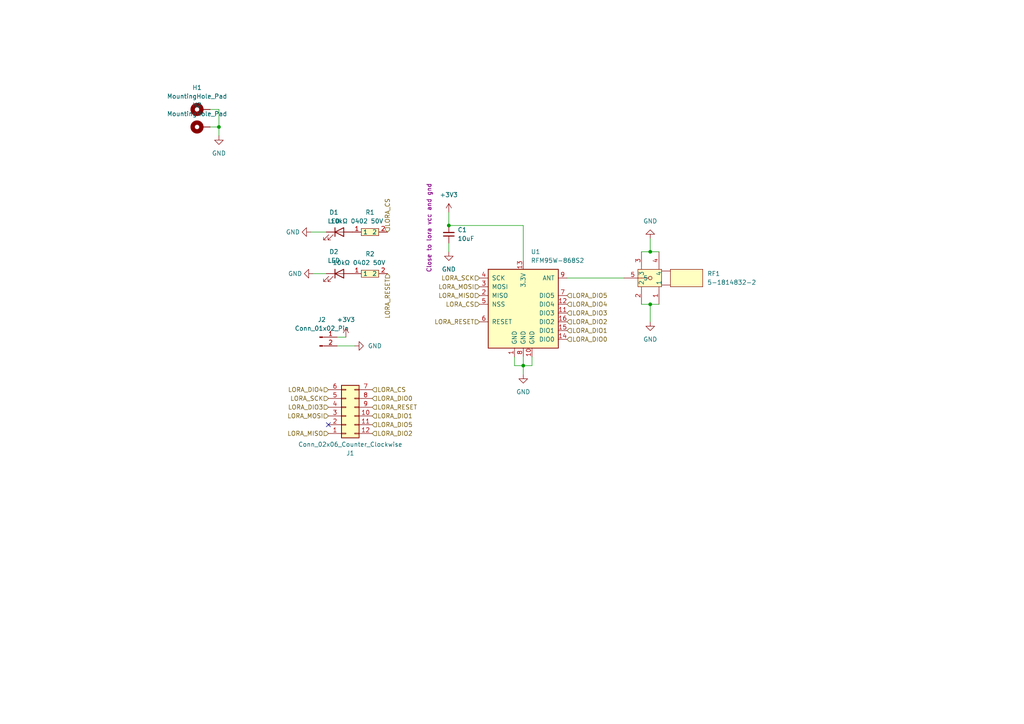
<source format=kicad_sch>
(kicad_sch (version 20230121) (generator eeschema)
  (paper "A4")
  (lib_symbols
    (symbol "Connector:Conn_01x02_Pin" (pin_names (offset 1.016) hide)
      (property "Reference" "J" (at 0 2.54 0))
      (property "Value" "Conn_01x02_Pin" (at 0 -5.08 0))
      (symbol "Conn_01x02_Pin_1_1"
        (polyline (pts (xy 1.27 -2.54) (xy 0.8636 -2.54)) (stroke (width 0.1524)))
        (polyline (pts (xy 1.27 0) (xy 0.8636 0)) (stroke (width 0.1524)))
        (rectangle (start 0.8636 -2.413) (end 0 -2.667) (stroke (width 0.1524)) (fill (type outline)))
        (rectangle (start 0.8636 0.127) (end 0 -0.127) (stroke (width 0.1524)) (fill (type outline)))
        (pin passive line (at 5.08 0 180) (length 3.81) (name "Pin_1") (number "1"))
        (pin passive line (at 5.08 -2.54 180) (length 3.81) (name "Pin_2") (number "2"))
      )
    )
    (symbol "Connector_Generic:Conn_02x06_Counter_Clockwise" (pin_names (offset 1.016) hide)
      (property "Reference" "J" (at 1.27 7.62 0))
      (property "Value" "Conn_02x06_Counter_Clockwise" (at 1.27 -10.16 0))
      (symbol "Conn_02x06_Counter_Clockwise_1_1"
        (rectangle (start -1.27 -7.493) (end 0 -7.747) (stroke (width 0.1524)))
        (rectangle (start -1.27 -4.953) (end 0 -5.207) (stroke (width 0.1524)))
        (rectangle (start -1.27 -2.413) (end 0 -2.667) (stroke (width 0.1524)))
        (rectangle (start -1.27 0.127) (end 0 -0.127) (stroke (width 0.1524)))
        (rectangle (start -1.27 2.667) (end 0 2.413) (stroke (width 0.1524)))
        (rectangle (start -1.27 5.207) (end 0 4.953) (stroke (width 0.1524)))
        (rectangle (start -1.27 6.35) (end 3.81 -8.89) (stroke (width 0.254)) (fill (type background)))
        (rectangle (start 3.81 -7.493) (end 2.54 -7.747) (stroke (width 0.1524)))
        (rectangle (start 3.81 -4.953) (end 2.54 -5.207) (stroke (width 0.1524)))
        (rectangle (start 3.81 -2.413) (end 2.54 -2.667) (stroke (width 0.1524)))
        (rectangle (start 3.81 0.127) (end 2.54 -0.127) (stroke (width 0.1524)))
        (rectangle (start 3.81 2.667) (end 2.54 2.413) (stroke (width 0.1524)))
        (rectangle (start 3.81 5.207) (end 2.54 4.953) (stroke (width 0.1524)))
        (pin passive line (at -5.08 5.08 0) (length 3.81) (name "Pin_1") (number "1"))
        (pin passive line (at 7.62 0 180) (length 3.81) (name "Pin_10") (number "10"))
        (pin passive line (at 7.62 2.54 180) (length 3.81) (name "Pin_11") (number "11"))
        (pin passive line (at 7.62 5.08 180) (length 3.81) (name "Pin_12") (number "12"))
        (pin passive line (at -5.08 2.54 0) (length 3.81) (name "Pin_2") (number "2"))
        (pin passive line (at -5.08 0 0) (length 3.81) (name "Pin_3") (number "3"))
        (pin passive line (at -5.08 -2.54 0) (length 3.81) (name "Pin_4") (number "4"))
        (pin passive line (at -5.08 -5.08 0) (length 3.81) (name "Pin_5") (number "5"))
        (pin passive line (at -5.08 -7.62 0) (length 3.81) (name "Pin_6") (number "6"))
        (pin passive line (at 7.62 -7.62 180) (length 3.81) (name "Pin_7") (number "7"))
        (pin passive line (at 7.62 -5.08 180) (length 3.81) (name "Pin_8") (number "8"))
        (pin passive line (at 7.62 -2.54 180) (length 3.81) (name "Pin_9") (number "9"))
      )
    )
    (symbol "Device:C_Small" (pin_numbers hide) (pin_names (offset 0.254) hide)
      (property "Reference" "C" (at 0.254 1.778 0))
      (property "Value" "C_Small" (at 0.254 -2.032 0))
      (symbol "C_Small_0_1"
        (polyline (pts (xy -1.524 -0.508) (xy 1.524 -0.508)) (stroke (width 0.3302)))
        (polyline (pts (xy -1.524 0.508) (xy 1.524 0.508)) (stroke (width 0.3048)))
      )
      (symbol "C_Small_1_1"
        (pin passive line (at 0 2.54 270) (length 2.032) (name "~") (number "1"))
        (pin passive line (at 0 -2.54 90) (length 2.032) (name "~") (number "2"))
      )
    )
    (symbol "Device:LED" (pin_numbers hide) (pin_names (offset 1.016) hide)
      (property "Reference" "D" (at 0 2.54 0))
      (property "Value" "LED" (at 0 -2.54 0))
      (symbol "LED_0_1"
        (polyline (pts (xy -1.27 -1.27) (xy -1.27 1.27)) (stroke (width 0.254)))
        (polyline (pts (xy -1.27 0) (xy 1.27 0)))
        (polyline (pts (xy 1.27 -1.27) (xy 1.27 1.27) (xy -1.27 0) (xy 1.27 -1.27)) (stroke (width 0.254)))
        (polyline (pts (xy -3.048 -0.762) (xy -4.572 -2.286) (xy -3.81 -2.286) (xy -4.572 -2.286) (xy -4.572 -1.524)))
        (polyline (pts (xy -1.778 -0.762) (xy -3.302 -2.286) (xy -2.54 -2.286) (xy -3.302 -2.286) (xy -3.302 -1.524)))
      )
      (symbol "LED_1_1"
        (pin passive line (at -3.81 0 0) (length 2.54) (name "K") (number "1"))
        (pin passive line (at 3.81 0 180) (length 2.54) (name "A") (number "2"))
      )
    )
    (symbol "Mechanical:MountingHole_Pad" (pin_numbers hide) (pin_names (offset 1.016) hide)
      (property "Reference" "H" (at 0 6.35 0))
      (property "Value" "MountingHole_Pad" (at 0 4.445 0))
      (symbol "MountingHole_Pad_0_1"
        (circle (center 0 1.27) (radius 1.27) (stroke (width 1.27)))
      )
      (symbol "MountingHole_Pad_1_1"
        (pin input line (at 0 -2.54 90) (length 2.54) (name "1") (number "1"))
      )
    )
    (symbol "RF_Module:RFM95W-868S2" (pin_names (offset 1.016))
      (property "Reference" "U" (at -10.414 11.684 0))
      (property "Value" "RFM95W-868S2" (at 1.524 11.43 0))
      (symbol "RFM95W-868S2_0_1"
        (rectangle (start -10.16 10.16) (end 10.16 -12.7) (stroke (width 0.254)) (fill (type background)))
      )
      (symbol "RFM95W-868S2_1_1"
        (pin power_in line (at -2.54 -15.24 90) (length 2.54) (name "GND") (number "1"))
        (pin power_in line (at 2.54 -15.24 90) (length 2.54) (name "GND") (number "10"))
        (pin bidirectional line (at 12.7 -2.54 180) (length 2.54) (name "DIO3") (number "11"))
        (pin bidirectional line (at 12.7 0 180) (length 2.54) (name "DIO4") (number "12"))
        (pin power_in line (at 0 12.7 270) (length 2.54) (name "3.3V") (number "13"))
        (pin bidirectional line (at 12.7 -10.16 180) (length 2.54) (name "DIO0") (number "14"))
        (pin bidirectional line (at 12.7 -7.62 180) (length 2.54) (name "DIO1") (number "15"))
        (pin bidirectional line (at 12.7 -5.08 180) (length 2.54) (name "DIO2") (number "16"))
        (pin output line (at -12.7 2.54 0) (length 2.54) (name "MISO") (number "2"))
        (pin input line (at -12.7 5.08 0) (length 2.54) (name "MOSI") (number "3"))
        (pin input line (at -12.7 7.62 0) (length 2.54) (name "SCK") (number "4"))
        (pin input line (at -12.7 0 0) (length 2.54) (name "NSS") (number "5"))
        (pin bidirectional line (at -12.7 -5.08 0) (length 2.54) (name "RESET") (number "6"))
        (pin bidirectional line (at 12.7 2.54 180) (length 2.54) (name "DIO5") (number "7"))
        (pin power_in line (at 0 -15.24 90) (length 2.54) (name "GND") (number "8"))
        (pin bidirectional line (at 12.7 7.62 180) (length 2.54) (name "ANT") (number "9"))
      )
    )
    (symbol "easyeda2kicad:10kΩ 0402 50V"
      (property "Reference" "R" (at 0 5.08 0))
      (property "Value" "10kΩ 0402 50V" (at 0 -5.08 0))
      (symbol "10kΩ 0402 50V_0_1"
        (rectangle (start -2.54 1.02) (end 2.54 -1.02) (fill (type background)))
        (pin input line (at -5.08 0 0) (length 2.54) (name "1") (number "1"))
        (pin input line (at 5.08 0 180) (length 2.54) (name "2") (number "2"))
      )
    )
    (symbol "easyeda2kicad:5-1814832-2"
      (property "Reference" "RF" (at 0 12.7 0))
      (property "Value" "5-1814832-2" (at 0 -12.7 0))
      (symbol "5-1814832-2_0_1"
        (rectangle (start -12.7 2.54) (end -3.3 -2.54) (fill (type background)))
        (rectangle (start -0.76 2.54) (end 6.1 -2.54) (fill (type background)))
        (polyline (pts (xy -3.3 -2.03) (xy -0.76 -2.03)))
        (polyline (pts (xy -3.3 2.03) (xy -0.76 2.03)))
        (polyline (pts (xy 3.05 0) (xy 5.08 0)))
        (circle (center 2.54 0) (radius 0.51))
        (pin unspecified line (at 0 7.62 270) (length 5.08) (name "1") (number "1"))
        (pin unspecified line (at 5.08 7.62 270) (length 5.08) (name "2") (number "2"))
        (pin unspecified line (at 5.08 -7.62 90) (length 5.08) (name "3") (number "3"))
        (pin unspecified line (at 0 -7.62 90) (length 5.08) (name "4") (number "4"))
        (pin unspecified line (at 10.16 0 180) (length 5.08) (name "5") (number "5"))
      )
    )
    (symbol "power:+3V3" (power) (pin_names (offset 0))
      (property "Value" "+3V3" (at 0 3.556 0))
      (symbol "+3V3_0_1"
        (polyline (pts (xy -0.762 1.27) (xy 0 2.54)))
        (polyline (pts (xy 0 0) (xy 0 2.54)))
        (polyline (pts (xy 0 2.54) (xy 0.762 1.27)))
      )
      (symbol "+3V3_1_1"
        (pin power_in line (at 0 0 90) (length 0) hide (name "+3V3") (number "1"))
      )
    )
    (symbol "power:GND" (power) (pin_names (offset 0))
      (property "Value" "GND" (at 0 -3.81 0))
      (symbol "GND_0_1"
        (polyline (pts (xy 0 0) (xy 0 -1.27) (xy 1.27 -1.27) (xy 0 -2.54) (xy -1.27 -1.27) (xy 0 -1.27)))
      )
      (symbol "GND_1_1"
        (pin power_in line (at 0 0 270) (length 0) hide (name "GND") (number "1"))
      )
    )
  )
  (junction (at 188.595 88.265))
  (junction (at 130.175 65.405))
  (junction (at 188.595 73.025))
  (junction (at 151.765 106.045))
  (junction (at 63.5 36.83))
  (no_connect (at 95.25 123.19))
  (wire (pts (xy 90.17 67.31) (xy 94.615 67.31)))
  (wire (pts (xy 154.305 103.505) (xy 154.305 106.045)))
  (wire (pts (xy 130.175 61.595) (xy 130.175 65.405)))
  (wire (pts (xy 130.175 65.405) (xy 151.765 65.405)))
  (wire (pts (xy 188.595 88.265) (xy 188.595 93.345)))
  (wire (pts (xy 90.805 79.375) (xy 94.615 79.375)))
  (wire (pts (xy 151.765 103.505) (xy 151.765 106.045)))
  (wire (pts (xy 188.595 69.215) (xy 188.595 73.025)))
  (wire (pts (xy 149.225 103.505) (xy 149.225 106.045)))
  (wire (pts (xy 151.765 106.045) (xy 154.305 106.045)))
  (wire (pts (xy 188.595 73.025) (xy 191.135 73.025)))
  (wire (pts (xy 149.225 106.045) (xy 151.765 106.045)))
  (wire (pts (xy 130.175 70.485) (xy 130.175 73.025)))
  (wire (pts (xy 60.96 31.75) (xy 63.5 31.75)))
  (wire (pts (xy 97.79 97.79) (xy 100.33 97.79)))
  (wire (pts (xy 63.5 31.75) (xy 63.5 36.83)))
  (wire (pts (xy 164.465 80.645) (xy 180.975 80.645)))
  (wire (pts (xy 60.96 36.83) (xy 63.5 36.83)))
  (wire (pts (xy 186.055 88.265) (xy 188.595 88.265)))
  (wire (pts (xy 188.595 88.265) (xy 191.135 88.265)))
  (wire (pts (xy 186.055 73.025) (xy 188.595 73.025)))
  (wire (pts (xy 63.5 36.83) (xy 63.5 39.37)))
  (wire (pts (xy 151.765 106.045) (xy 151.765 108.585)))
  (wire (pts (xy 151.765 65.405) (xy 151.765 75.565)))
  (wire (pts (xy 97.79 100.33) (xy 102.87 100.33)))
  (hierarchical_label "LORA_MISO" (shape input) (at 95.25 125.73 180))
  (hierarchical_label "LORA_CS" (shape input) (at 112.395 67.31 90))
  (hierarchical_label "LORA_DIO4" (shape input) (at 164.465 88.265 0))
  (hierarchical_label "LORA_DIO1" (shape input) (at 164.465 95.885 0))
  (hierarchical_label "LORA_DIO0" (shape input) (at 164.465 98.425 0))
  (hierarchical_label "LORA_DIO5" (shape input) (at 107.95 123.19 0))
  (hierarchical_label "LORA_DIO3" (shape input) (at 95.25 118.11 180))
  (hierarchical_label "LORA_DIO2" (shape input) (at 164.465 93.345 0))
  (hierarchical_label "LORA_DIO4" (shape input) (at 95.25 113.03 180))
  (hierarchical_label "LORA_DIO2" (shape input) (at 107.95 125.73 0))
  (hierarchical_label "LORA_MISO" (shape input) (at 139.065 85.725 180))
  (hierarchical_label "LORA_MOSI" (shape input) (at 139.065 83.185 180))
  (hierarchical_label "LORA_SCK" (shape input) (at 95.25 115.57 180))
  (hierarchical_label "LORA_DIO5" (shape input) (at 164.465 85.725 0))
  (hierarchical_label "LORA_CS" (shape input) (at 139.065 88.265 180))
  (hierarchical_label "LORA_RESET" (shape input) (at 139.065 93.345 180))
  (hierarchical_label "LORA_DIO3" (shape input) (at 164.465 90.805 0))
  (hierarchical_label "LORA_DIO1" (shape input) (at 107.95 120.65 0))
  (hierarchical_label "LORA_SCK" (shape input) (at 139.065 80.645 180))
  (hierarchical_label "LORA_CS" (shape input) (at 107.95 113.03 0))
  (hierarchical_label "LORA_DIO0" (shape input) (at 107.95 115.57 0))
  (hierarchical_label "LORA_MOSI" (shape input) (at 95.25 120.65 180))
  (hierarchical_label "LORA_RESET" (shape input) (at 107.95 118.11 0))
  (hierarchical_label "LORA_RESET" (shape input) (at 112.395 79.375 270))
  (symbol (lib_id "easyeda2kicad:10kΩ 0402 50V") (at 107.315 67.31 0) (unit 1)
    (property "Reference" "R1" (at 107.315 61.595 0))
    (property "Value" "10kΩ 0402 50V" (at 103.505 64.135 0))
    (property "Footprint" "Resistor_SMD:R_0805_2012Metric_Pad1.20x1.40mm_HandSolder" (effects hide))
    (property "Datasheet" "https://lcsc.com/product-detail/Chip-Resistor-Surface-Mount-UniOhm_10KR-1002-1_C25744.html" (effects hide))
    (property "Manufacturer" "UNI-ROYAL(厚声)" (effects hide))
    (property "LCSC Part" "C25744" (effects hide))
    (property "JLC Part" "Basic Part" (effects hide))
  )
  (symbol (lib_id "power:GND") (at 63.5 39.37 0) (unit 1)
    (property "Reference" "#PWR010" (effects hide))
    (property "Value" "GND" (at 63.5 44.45 0))
  )
  (symbol (lib_id "Mechanical:MountingHole_Pad") (at 58.42 31.75 90) (unit 1)
    (property "Reference" "H1" (at 57.15 25.4 90))
    (property "Value" "MountingHole_Pad" (at 57.15 27.94 90))
    (property "Footprint" "MountingHole:MountingHole_3.2mm_M3_DIN965_Pad" (effects hide))
  )
  (symbol (lib_id "Connector_Generic:Conn_02x06_Counter_Clockwise") (at 100.33 120.65 0) (mirror x) (unit 1)
    (property "Reference" "J1" (at 101.6 131.445 0))
    (property "Value" "Conn_02x06_Counter_Clockwise" (at 101.6 128.905 0))
    (property "Footprint" "Connector_PinHeader_2.54mm:PinHeader_2x06_P2.54mm_Vertical" (effects hide))
  )
  (symbol (lib_id "power:GND") (at 151.765 108.585 0) (unit 1)
    (property "Reference" "#PWR05" (effects hide))
    (property "Value" "GND" (at 151.765 113.665 0))
  )
  (symbol (lib_id "RF_Module:RFM95W-868S2") (at 151.765 88.265 0) (unit 1)
    (property "Reference" "U1" (at 153.9591 73.025 0) (effects (justify left)))
    (property "Value" "RFM95W-868S2" (at 153.9591 75.565 0) (effects (justify left)))
    (property "Footprint" "RF_Module:HOPERF_RFM9XW_SMD" (effects hide))
    (property "Datasheet" "https://www.hoperf.com/data/upload/portal/20181127/5bfcbea20e9ef.pdf" (effects hide))
  )
  (symbol (lib_id "power:GND") (at 90.17 67.31 270) (unit 1)
    (property "Reference" "#PWR01" (effects hide))
    (property "Value" "GND" (at 86.995 67.31 90) (effects (justify right)))
  )
  (symbol (lib_id "Mechanical:MountingHole_Pad") (at 58.42 36.83 90) (unit 1)
    (property "Reference" "H2" (at 57.15 30.48 90))
    (property "Value" "MountingHole_Pad" (at 57.15 33.02 90))
    (property "Footprint" "MountingHole:MountingHole_3.2mm_M3_DIN965_Pad" (effects hide))
  )
  (symbol (lib_id "Device:LED") (at 98.425 79.375 0) (unit 1)
    (property "Reference" "D2" (at 96.8375 73.025 0))
    (property "Value" "LED" (at 96.8375 75.565 0))
    (property "Footprint" "LED_SMD:LED_0805_2012Metric_Pad1.15x1.40mm_HandSolder" (effects hide))
  )
  (symbol (lib_id "easyeda2kicad:10kΩ 0402 50V") (at 107.315 79.375 0) (unit 1)
    (property "Reference" "R2" (at 107.315 73.66 0))
    (property "Value" "10kΩ 0402 50V" (at 104.14 76.2 0))
    (property "Footprint" "Resistor_SMD:R_0805_2012Metric_Pad1.20x1.40mm_HandSolder" (effects hide))
    (property "Datasheet" "https://lcsc.com/product-detail/Chip-Resistor-Surface-Mount-UniOhm_10KR-1002-1_C25744.html" (effects hide))
    (property "Manufacturer" "UNI-ROYAL(厚声)" (effects hide))
    (property "LCSC Part" "C25744" (effects hide))
    (property "JLC Part" "Basic Part" (effects hide))
  )
  (symbol (lib_id "power:GND") (at 130.175 73.025 0) (unit 1)
    (property "Reference" "#PWR04" (effects hide))
    (property "Value" "GND" (at 130.175 78.105 0))
  )
  (symbol (lib_id "power:GND") (at 188.595 93.345 0) (unit 1)
    (property "Reference" "#PWR07" (effects hide))
    (property "Value" "GND" (at 188.595 98.425 0))
  )
  (symbol (lib_id "Device:C_Small") (at 130.175 67.945 180) (unit 1)
    (property "Reference" "C1" (at 132.715 66.6686 0) (effects (justify right)))
    (property "Value" "10uF" (at 132.715 69.2086 0) (effects (justify right)))
    (property "Footprint" "Capacitor_SMD:C_0805_2012Metric_Pad1.18x1.45mm_HandSolder" (effects hide))
    (property "Location" "Close to lora vcc and gnd" (at 124.46 66.04 90))
  )
  (symbol (lib_id "Device:LED") (at 98.425 67.31 0) (unit 1)
    (property "Reference" "D1" (at 96.8375 61.595 0))
    (property "Value" "LED" (at 96.8375 64.135 0))
    (property "Footprint" "LED_SMD:LED_0805_2012Metric_Pad1.15x1.40mm_HandSolder" (effects hide))
  )
  (symbol (lib_id "power:+3V3") (at 130.175 61.595 0) (unit 1)
    (property "Reference" "#PWR03" (effects hide))
    (property "Value" "+3V3" (at 130.175 56.515 0))
  )
  (symbol (lib_id "easyeda2kicad:5-1814832-2") (at 191.135 80.645 180) (unit 1)
    (property "Reference" "RF1" (at 205.105 79.375 0) (effects (justify right)))
    (property "Value" "5-1814832-2" (at 205.105 81.915 0) (effects (justify right)))
    (property "Footprint" "Adafruit_Sensors:LoRa-Antenn-Conn" (effects hide))
    (property "Datasheet" "https://lcsc.com/product-detail/New-Arrivals_TE-Connectivity-5-1814832-2_C482015.html" (effects hide))
    (property "Manufacturer" "TE Connectivity(美国泰科)" (effects hide))
    (property "LCSC Part" "C482015" (effects hide))
    (property "JLC Part" "Extended Part" (effects hide))
  )
  (symbol (lib_id "power:+3V3") (at 100.33 97.79 0) (unit 1)
    (property "Reference" "#PWR08" (effects hide))
    (property "Value" "+3V3" (at 100.33 92.71 0))
  )
  (symbol (lib_id "power:GND") (at 188.595 69.215 180) (unit 1)
    (property "Reference" "#PWR06" (effects hide))
    (property "Value" "GND" (at 188.595 64.135 0))
  )
  (symbol (lib_id "power:GND") (at 90.805 79.375 270) (unit 1)
    (property "Reference" "#PWR02" (effects hide))
    (property "Value" "GND" (at 87.63 79.375 90) (effects (justify right)))
  )
  (symbol (lib_id "Connector:Conn_01x02_Pin") (at 92.71 97.79 0) (unit 1)
    (property "Reference" "J2" (at 93.345 92.71 0))
    (property "Value" "Conn_01x02_Pin" (at 93.345 95.25 0))
    (property "Footprint" "Connector_PinHeader_2.54mm:PinHeader_1x02_P2.54mm_Vertical" (effects hide))
  )
  (symbol (lib_id "power:GND") (at 102.87 100.33 90) (unit 1)
    (property "Reference" "#PWR09" (effects hide))
    (property "Value" "GND" (at 106.68 100.33 90) (effects (justify right)))
  )
)
</source>
